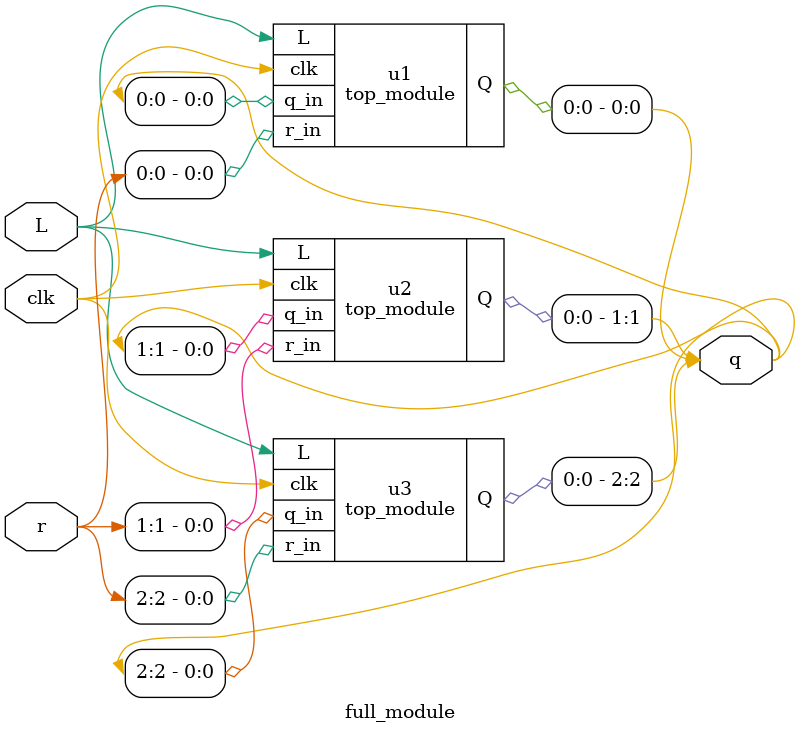
<source format=sv>
module top_module(
    input clk,
    input L,
    input q_in,
    input r_in,
    output reg Q
);

always @(posedge clk) begin
    if (L) begin
        Q <= r_in;
    end else begin
        Q <= q_in;
    end
end

endmodule
module full_module (
    input [2:0] r,
    input L,
    input clk,
    output reg [2:0] q
);

top_module u1 (
    .clk(clk),
    .L(L),
    .q_in(q[0]),
    .r_in(r[0]),
    .Q(q[0])
);

top_module u2 (
    .clk(clk),
    .L(L),
    .q_in(q[1]),
    .r_in(r[1]),
    .Q(q[1])
);

top_module u3 (
    .clk(clk),
    .L(L),
    .q_in(q[2]),
    .r_in(r[2]),
    .Q(q[2])
);

endmodule

</source>
